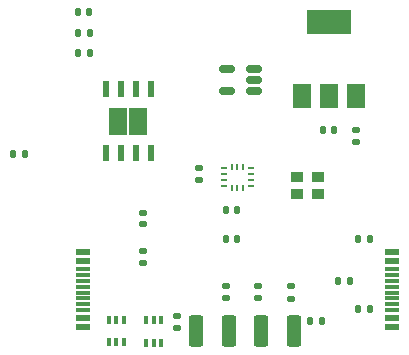
<source format=gbr>
%TF.GenerationSoftware,KiCad,Pcbnew,(6.0.7)*%
%TF.CreationDate,2025-06-10T03:22:10+09:00*%
%TF.ProjectId,AvatarSense,41766174-6172-4536-956e-73652e6b6963,rev?*%
%TF.SameCoordinates,Original*%
%TF.FileFunction,Paste,Top*%
%TF.FilePolarity,Positive*%
%FSLAX46Y46*%
G04 Gerber Fmt 4.6, Leading zero omitted, Abs format (unit mm)*
G04 Created by KiCad (PCBNEW (6.0.7)) date 2025-06-10 03:22:10*
%MOMM*%
%LPD*%
G01*
G04 APERTURE LIST*
G04 Aperture macros list*
%AMRoundRect*
0 Rectangle with rounded corners*
0 $1 Rounding radius*
0 $2 $3 $4 $5 $6 $7 $8 $9 X,Y pos of 4 corners*
0 Add a 4 corners polygon primitive as box body*
4,1,4,$2,$3,$4,$5,$6,$7,$8,$9,$2,$3,0*
0 Add four circle primitives for the rounded corners*
1,1,$1+$1,$2,$3*
1,1,$1+$1,$4,$5*
1,1,$1+$1,$6,$7*
1,1,$1+$1,$8,$9*
0 Add four rect primitives between the rounded corners*
20,1,$1+$1,$2,$3,$4,$5,0*
20,1,$1+$1,$4,$5,$6,$7,0*
20,1,$1+$1,$6,$7,$8,$9,0*
20,1,$1+$1,$8,$9,$2,$3,0*%
G04 Aperture macros list end*
%ADD10RoundRect,0.140000X-0.140000X-0.170000X0.140000X-0.170000X0.140000X0.170000X-0.140000X0.170000X0*%
%ADD11RoundRect,0.135000X0.185000X-0.135000X0.185000X0.135000X-0.185000X0.135000X-0.185000X-0.135000X0*%
%ADD12RoundRect,0.140000X0.170000X-0.140000X0.170000X0.140000X-0.170000X0.140000X-0.170000X-0.140000X0*%
%ADD13RoundRect,0.135000X-0.135000X-0.185000X0.135000X-0.185000X0.135000X0.185000X-0.135000X0.185000X0*%
%ADD14RoundRect,0.250000X0.375000X1.075000X-0.375000X1.075000X-0.375000X-1.075000X0.375000X-1.075000X0*%
%ADD15R,0.400000X0.650000*%
%ADD16R,0.558000X1.454899*%
%ADD17RoundRect,0.140000X0.140000X0.170000X-0.140000X0.170000X-0.140000X-0.170000X0.140000X-0.170000X0*%
%ADD18RoundRect,0.135000X-0.185000X0.135000X-0.185000X-0.135000X0.185000X-0.135000X0.185000X0.135000X0*%
%ADD19R,1.100000X0.900000*%
%ADD20R,1.160000X0.600000*%
%ADD21R,1.160000X0.300000*%
%ADD22RoundRect,0.135000X0.135000X0.185000X-0.135000X0.185000X-0.135000X-0.185000X0.135000X-0.185000X0*%
%ADD23RoundRect,0.150000X0.512500X0.150000X-0.512500X0.150000X-0.512500X-0.150000X0.512500X-0.150000X0*%
%ADD24R,1.500000X2.000000*%
%ADD25R,3.800000X2.000000*%
%ADD26R,0.475000X0.250000*%
%ADD27R,0.250000X0.475000*%
%ADD28RoundRect,0.250000X-0.375000X-1.075000X0.375000X-1.075000X0.375000X1.075000X-0.375000X1.075000X0*%
G04 APERTURE END LIST*
%TO.C,U4*%
G36*
X112351800Y-111407300D02*
G01*
X110850000Y-111407300D01*
X110850000Y-109092700D01*
X112351800Y-109092700D01*
X112351800Y-111407300D01*
G37*
G36*
X110650000Y-111407300D02*
G01*
X109148200Y-111407300D01*
X109148200Y-109092700D01*
X110650000Y-109092700D01*
X110650000Y-111407300D01*
G37*
%TD*%
D10*
%TO.C,C3*%
X106520000Y-104500000D03*
X107480000Y-104500000D03*
%TD*%
D11*
%TO.C,R10*%
X112000000Y-122260000D03*
X112000000Y-121240000D03*
%TD*%
D12*
%TO.C,C6*%
X112000000Y-118960000D03*
X112000000Y-118000000D03*
%TD*%
D13*
%TO.C,R4*%
X126115000Y-127125000D03*
X127135000Y-127125000D03*
%TD*%
D14*
%TO.C,D1*%
X124775000Y-128000000D03*
X121975000Y-128000000D03*
%TD*%
D15*
%TO.C,Q2*%
X109100000Y-128950000D03*
X109750000Y-128950000D03*
X110400000Y-128950000D03*
X110400000Y-127050000D03*
X109750000Y-127050000D03*
X109100000Y-127050000D03*
%TD*%
D16*
%TO.C,U4*%
X108845000Y-112971348D03*
X110115000Y-112971348D03*
X111385000Y-112971348D03*
X112655000Y-112971348D03*
X112655000Y-107528652D03*
X111385000Y-107528652D03*
X110115000Y-107528652D03*
X108845000Y-107528652D03*
%TD*%
D17*
%TO.C,C5*%
X128210000Y-111000000D03*
X127250000Y-111000000D03*
%TD*%
D11*
%TO.C,R2*%
X130000000Y-112020000D03*
X130000000Y-111000000D03*
%TD*%
D18*
%TO.C,R16*%
X124500000Y-124240000D03*
X124500000Y-125260000D03*
%TD*%
D15*
%TO.C,Q1*%
X112250000Y-129000000D03*
X112900000Y-129000000D03*
X113550000Y-129000000D03*
X113550000Y-127100000D03*
X112900000Y-127100000D03*
X112250000Y-127100000D03*
%TD*%
D10*
%TO.C,C2*%
X106520000Y-102750000D03*
X107480000Y-102750000D03*
%TD*%
D19*
%TO.C,Y1*%
X125000000Y-116400000D03*
X126800000Y-116400000D03*
X126800000Y-115000000D03*
X125000000Y-115000000D03*
%TD*%
D20*
%TO.C,J3*%
X106885000Y-121300000D03*
X106885000Y-122100000D03*
D21*
X106885000Y-123250000D03*
X106885000Y-124250000D03*
X106885000Y-124750000D03*
X106885000Y-125750000D03*
D20*
X106885000Y-126900000D03*
X106885000Y-127700000D03*
X106885000Y-127700000D03*
X106885000Y-126900000D03*
D21*
X106885000Y-126250000D03*
X106885000Y-125250000D03*
X106885000Y-123750000D03*
X106885000Y-122750000D03*
D20*
X106885000Y-122100000D03*
X106885000Y-121300000D03*
%TD*%
D10*
%TO.C,C1*%
X106500000Y-101000000D03*
X107460000Y-101000000D03*
%TD*%
%TO.C,C8*%
X119020000Y-117750000D03*
X119980000Y-117750000D03*
%TD*%
D22*
%TO.C,R6*%
X131260000Y-120250000D03*
X130240000Y-120250000D03*
%TD*%
D10*
%TO.C,C7*%
X119020000Y-120250000D03*
X119980000Y-120250000D03*
%TD*%
D18*
%TO.C,R5*%
X114850000Y-126740000D03*
X114850000Y-127760000D03*
%TD*%
D11*
%TO.C,R13*%
X116750000Y-115250000D03*
X116750000Y-114230000D03*
%TD*%
D13*
%TO.C,R9*%
X100990000Y-113000000D03*
X102010000Y-113000000D03*
%TD*%
D23*
%TO.C,U5*%
X121387500Y-107700000D03*
X121387500Y-106750000D03*
X121387500Y-105800000D03*
X119112500Y-105800000D03*
X119112500Y-107700000D03*
%TD*%
D24*
%TO.C,U3*%
X125450000Y-108150000D03*
X127750000Y-108150000D03*
D25*
X127750000Y-101850000D03*
D24*
X130050000Y-108150000D03*
%TD*%
D26*
%TO.C,U6*%
X118837500Y-114250000D03*
X118837500Y-114750000D03*
X118837500Y-115250000D03*
X118837500Y-115750000D03*
D27*
X119500000Y-115912500D03*
X120000000Y-115912500D03*
X120500000Y-115912500D03*
D26*
X121162500Y-115750000D03*
X121162500Y-115250000D03*
X121162500Y-114750000D03*
X121162500Y-114250000D03*
D27*
X120500000Y-114087500D03*
X120000000Y-114087500D03*
X119500000Y-114087500D03*
%TD*%
D22*
%TO.C,R12*%
X129520000Y-123750000D03*
X128500000Y-123750000D03*
%TD*%
%TO.C,R11*%
X131250000Y-126125000D03*
X130230000Y-126125000D03*
%TD*%
D28*
%TO.C,D2*%
X116450000Y-128000000D03*
X119250000Y-128000000D03*
%TD*%
D20*
%TO.C,J2*%
X133115000Y-127700000D03*
X133115000Y-126900000D03*
D21*
X133115000Y-125750000D03*
X133115000Y-124750000D03*
X133115000Y-124250000D03*
X133115000Y-123250000D03*
D20*
X133115000Y-122100000D03*
X133115000Y-121300000D03*
X133115000Y-121300000D03*
X133115000Y-122100000D03*
D21*
X133115000Y-122750000D03*
X133115000Y-123750000D03*
X133115000Y-125250000D03*
X133115000Y-126250000D03*
D20*
X133115000Y-126900000D03*
X133115000Y-127700000D03*
%TD*%
D18*
%TO.C,R14*%
X119000000Y-124230000D03*
X119000000Y-125250000D03*
%TD*%
%TO.C,R15*%
X121750000Y-124230000D03*
X121750000Y-125250000D03*
%TD*%
M02*

</source>
